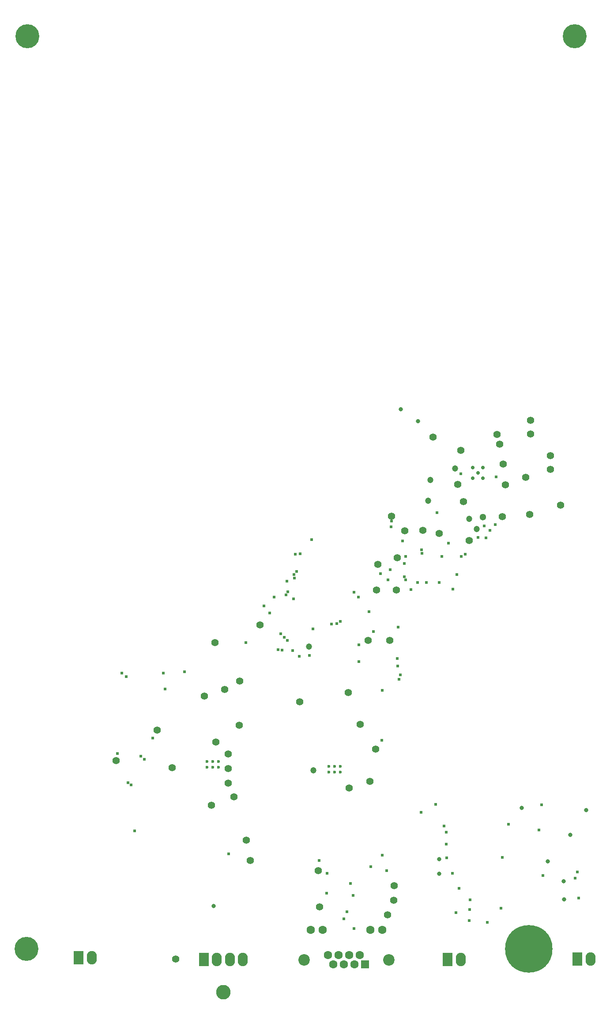
<source format=gbs>
G04 Layer_Color=16711935*
%FSLAX25Y25*%
%MOIN*%
G70*
G01*
G75*
%ADD22C,0.05512*%
%ADD58C,0.04724*%
%ADD98C,0.02362*%
%ADD113C,0.05118*%
%ADD172C,0.08661*%
%ADD173C,0.06312*%
%ADD174R,0.06312X0.06312*%
%ADD175C,0.18110*%
%ADD176R,0.07480X0.10236*%
%ADD177O,0.07480X0.10236*%
%ADD178C,0.00394*%
%ADD179C,0.11024*%
%ADD180C,0.35827*%
%ADD181C,0.03194*%
%ADD182C,0.02394*%
%ADD183C,0.02756*%
D22*
X230416Y323032D02*
D03*
X260226Y561859D02*
D03*
X392115Y563434D02*
D03*
X278533Y499358D02*
D03*
X382385Y601279D02*
D03*
X397936Y625591D02*
D03*
X383369Y620669D02*
D03*
X397247Y601279D02*
D03*
X294295Y574902D02*
D03*
X403546Y646161D02*
D03*
X393409Y657185D02*
D03*
X429629Y643946D02*
D03*
X216525Y495619D02*
D03*
X185521Y472686D02*
D03*
X390653Y356299D02*
D03*
X395180Y367421D02*
D03*
X395672Y378445D02*
D03*
X338291Y389567D02*
D03*
X339373Y362500D02*
D03*
X498428Y729430D02*
D03*
X473133Y718800D02*
D03*
X513685Y692272D02*
D03*
X513586Y702705D02*
D03*
X494983Y686516D02*
D03*
X497838Y658512D02*
D03*
X477937Y696505D02*
D03*
X477071Y656642D02*
D03*
X447838Y668060D02*
D03*
X417326Y646260D02*
D03*
X445968Y706595D02*
D03*
X424807Y716682D02*
D03*
X443409Y681052D02*
D03*
X475102Y711367D02*
D03*
X361505Y452016D02*
D03*
X360816Y524063D02*
D03*
X270265Y477606D02*
D03*
Y455559D02*
D03*
X267706Y526524D02*
D03*
X377254Y457134D02*
D03*
X274694Y445323D02*
D03*
X284045Y412842D02*
D03*
X369773Y500047D02*
D03*
X381683Y481248D02*
D03*
X375974Y563236D02*
D03*
X324301Y517173D02*
D03*
X260915Y486661D02*
D03*
X270265Y466583D02*
D03*
X278926Y532823D02*
D03*
X252352Y521405D02*
D03*
X257666Y439123D02*
D03*
X227942Y467468D02*
D03*
X286761Y397370D02*
D03*
X498428Y718899D02*
D03*
X521165Y665304D02*
D03*
X479531Y680757D02*
D03*
X452070Y638779D02*
D03*
D58*
X331092Y558611D02*
D03*
X452071Y655166D02*
D03*
X421362Y668552D02*
D03*
X423035Y684398D02*
D03*
X441539Y693158D02*
D03*
X334537Y465501D02*
D03*
X457877Y647342D02*
D03*
D98*
X262982Y471996D02*
D03*
Y467665D02*
D03*
X254320Y471996D02*
D03*
Y467665D02*
D03*
X258651D02*
D03*
Y471996D02*
D03*
X346249Y464122D02*
D03*
Y468453D02*
D03*
X350580Y464122D02*
D03*
Y468453D02*
D03*
X354911Y464122D02*
D03*
Y468453D02*
D03*
D113*
X462405Y656299D02*
D03*
D172*
X327542Y322480D02*
D03*
X391558D02*
D03*
D173*
X386558Y345000D02*
D03*
X332542D02*
D03*
X341558D02*
D03*
X377542D02*
D03*
X345456Y325984D02*
D03*
X349472Y318976D02*
D03*
X353487Y325984D02*
D03*
X357503Y318976D02*
D03*
X361519Y325984D02*
D03*
X365535Y318976D02*
D03*
X369550Y325984D02*
D03*
D174*
X373566Y318976D02*
D03*
D175*
X531893Y1018898D02*
D03*
X118507D02*
D03*
X117917Y330807D02*
D03*
D176*
X157385Y324016D02*
D03*
X435928Y322835D02*
D03*
X251775D02*
D03*
X533960Y323031D02*
D03*
D177*
X167228Y324016D02*
D03*
X445771Y322835D02*
D03*
X261617D02*
D03*
X271460D02*
D03*
X281302D02*
D03*
X543802Y323031D02*
D03*
D178*
X162385Y298516D02*
D03*
X440928Y297335D02*
D03*
X538960Y297532D02*
D03*
D179*
X266539Y297933D02*
D03*
D180*
X497346Y330610D02*
D03*
D181*
X523822Y368012D02*
D03*
X523625Y381693D02*
D03*
X528546Y416536D02*
D03*
X400397Y737795D02*
D03*
X413684Y728543D02*
D03*
X511420Y396555D02*
D03*
X429432Y387500D02*
D03*
X429629Y398327D02*
D03*
X540653Y435433D02*
D03*
X491972Y437008D02*
D03*
X259255Y362992D02*
D03*
D182*
X534058Y388799D02*
D03*
X532365Y384154D02*
D03*
X507779Y385925D02*
D03*
X477365Y399705D02*
D03*
X439428Y387763D02*
D03*
X389865Y389665D02*
D03*
X386519Y401523D02*
D03*
X399117Y533957D02*
D03*
X368409Y596063D02*
D03*
X376662Y585186D02*
D03*
X535043Y369193D02*
D03*
X338854Y397370D02*
D03*
X401972Y638484D02*
D03*
X297346Y589272D02*
D03*
X304743Y596177D02*
D03*
X348282Y575568D02*
D03*
X463437Y649851D02*
D03*
X313881Y597835D02*
D03*
X307976Y556201D02*
D03*
X311027Y555905D02*
D03*
X315209Y600175D02*
D03*
X237095Y539812D02*
D03*
X283454Y561859D02*
D03*
X445762Y689112D02*
D03*
X270560Y402312D02*
D03*
X213375Y489812D02*
D03*
X398710Y573276D02*
D03*
X301495Y583906D02*
D03*
X452745Y367568D02*
D03*
X452647Y360481D02*
D03*
X392720Y616831D02*
D03*
X403251Y611516D02*
D03*
X385239Y613681D02*
D03*
X404236Y626575D02*
D03*
X431598D02*
D03*
X404334Y608957D02*
D03*
X344984Y387697D02*
D03*
X481972Y424823D02*
D03*
X504826Y420374D02*
D03*
X357484Y353248D02*
D03*
X362572Y379990D02*
D03*
X364570Y371063D02*
D03*
X359944Y358661D02*
D03*
X365161Y345965D02*
D03*
X344688Y372638D02*
D03*
X186407Y478099D02*
D03*
X204223Y476008D02*
D03*
X206978Y473572D02*
D03*
X355023Y577756D02*
D03*
X352267Y575886D02*
D03*
X506972Y439488D02*
D03*
X368999Y560138D02*
D03*
Y547441D02*
D03*
X331598Y551968D02*
D03*
X398330Y543996D02*
D03*
X323970Y551230D02*
D03*
X400299Y537402D02*
D03*
X415850Y433760D02*
D03*
X433271Y423425D02*
D03*
X319491Y594685D02*
D03*
X472697Y686794D02*
D03*
X471952Y650591D02*
D03*
X467769Y646408D02*
D03*
X365357Y599606D02*
D03*
X390751Y608957D02*
D03*
X403350Y621358D02*
D03*
X416440Y629035D02*
D03*
X393507Y653248D02*
D03*
X446066Y626673D02*
D03*
X458960Y641043D02*
D03*
X449314Y628248D02*
D03*
X413291Y607185D02*
D03*
X429517Y606904D02*
D03*
X408369Y601772D02*
D03*
X419787Y607087D02*
D03*
X464964Y640699D02*
D03*
X222543Y526575D02*
D03*
X193113Y535973D02*
D03*
X189767Y538532D02*
D03*
X196854Y454528D02*
D03*
X194393Y456004D02*
D03*
X199413Y419783D02*
D03*
X379728Y569980D02*
D03*
X439767Y602067D02*
D03*
X426972Y439567D02*
D03*
X320771Y628248D02*
D03*
X324511Y628642D02*
D03*
X321854Y615354D02*
D03*
X319737Y613069D02*
D03*
X320152Y610433D02*
D03*
X314570Y607874D02*
D03*
X393212Y649114D02*
D03*
X333172Y639272D02*
D03*
X435043Y409842D02*
D03*
X434747Y418701D02*
D03*
X334157Y572146D02*
D03*
X444491Y376279D02*
D03*
X386125Y487992D02*
D03*
X318901Y555610D02*
D03*
X314767Y563386D02*
D03*
X435141Y399508D02*
D03*
X427857Y659547D02*
D03*
X397989Y549681D02*
D03*
X443015Y613189D02*
D03*
X309944Y568209D02*
D03*
X312700Y565650D02*
D03*
X386716Y525787D02*
D03*
X436420Y636811D02*
D03*
X377857Y392618D02*
D03*
X221209Y538558D02*
D03*
X416145Y631791D02*
D03*
X442115Y357874D02*
D03*
X452365Y351969D02*
D03*
X465751Y350787D02*
D03*
X476184Y361221D02*
D03*
D183*
X462503Y685776D02*
D03*
Y693847D02*
D03*
X455023D02*
D03*
X458763Y689812D02*
D03*
X454925Y685678D02*
D03*
M02*

</source>
